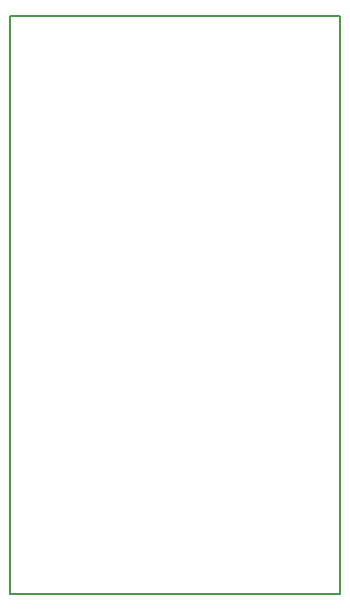
<source format=gko>
G04 #@! TF.GenerationSoftware,KiCad,Pcbnew,5.0.2-bee76a0~70~ubuntu18.04.1*
G04 #@! TF.CreationDate,2019-12-09T23:25:51+09:00*
G04 #@! TF.ProjectId,LCD_adapter,4c43445f-6164-4617-9074-65722e6b6963,rev?*
G04 #@! TF.SameCoordinates,Original*
G04 #@! TF.FileFunction,Profile,NP*
%FSLAX46Y46*%
G04 Gerber Fmt 4.6, Leading zero omitted, Abs format (unit mm)*
G04 Created by KiCad (PCBNEW 5.0.2-bee76a0~70~ubuntu18.04.1) date Mon 09 Dec 2019 11:25:51 PM JST*
%MOMM*%
%LPD*%
G01*
G04 APERTURE LIST*
%ADD10C,0.200000*%
G04 APERTURE END LIST*
D10*
X82000000Y-130000000D02*
X82000000Y-81000000D01*
X110000000Y-130000000D02*
X82000000Y-130000000D01*
X110000000Y-81000000D02*
X110000000Y-130000000D01*
X82000000Y-81000000D02*
X110000000Y-81000000D01*
M02*

</source>
